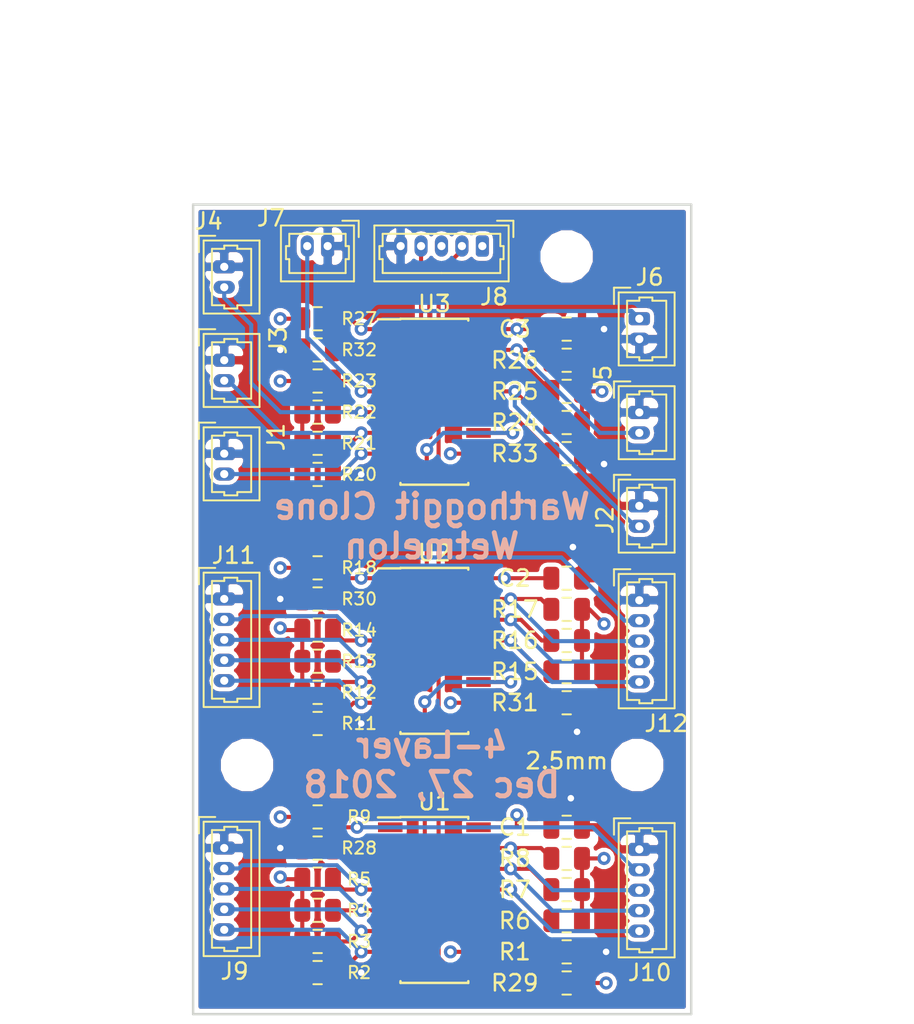
<source format=kicad_pcb>
(kicad_pcb (version 20171130) (host pcbnew "(5.0.2)-1")
  (layers (0 F.Cu signal) (1 In1.Cu signal) (2 In2.Cu signal) (31 B.Cu signal) (34 B.Paste user) (35 F.Paste user) (36 B.SilkS user) (37 F.SilkS user) (38 B.Mask user) (39 F.Mask user) (44 Edge.Cuts user))
  (net 0 "")
  (net 1 +5V)
  (net 2 GND)
  (net 3 /IN_17)
  (net 4 /IN_18)
  (net 5 /IN_19)
  (net 6 /IN_20)
  (net 7 /IN_21)
  (net 8 /IN_23)
  (net 9 /IN_24)
  (net 10 /SPI_MISO)
  (net 11 /SPI_CLK)
  (net 12 /SPI_CS)
  (net 13 /IN_1)
  (net 14 /IN_2)
  (net 15 /IN_3)
  (net 16 /IN_4)
  (net 17 /IN_8)
  (net 18 /IN_7)
  (net 19 /IN_6)
  (net 20 /IN_5)
  (net 21 /IN_9)
  (net 22 /IN_10)
  (net 23 /IN_11)
  (net 24 /IN_12)
  (net 25 /IN_16)
  (net 26 /IN_15)
  (net 27 /IN_14)
  (net 28 /IN_13)
  (net 29 /SER_1)
  (net 30 /SER_2)
  (net 31 /SER_3)
  (net 32 /IN_22)
  (net 33 "Net-(R28-Pad2)")
  (net 34 "Net-(R29-Pad2)")
  (net 35 "Net-(R30-Pad2)")
  (net 36 "Net-(R31-Pad2)")
  (net 37 "Net-(R32-Pad2)")
  (net 38 "Net-(R33-Pad2)")
  (module Wetmelon:Molex_PicoBlade_53047-0510_1x05_P1.25mm_Vertical (layer F.Cu) (at 102.235 58.42 270)
    (fp_text reference J11 (at -2.667 -0.5715) (layer F.SilkS))
    (fp_text value TMS)
    (pad 1 thru_hole roundrect (at 0 0 270) (size 0.8 1.3) (drill 0.5) (layers *.Cu *.Mask) (net 2 GND))
    (pad 2 thru_hole oval (at 1.25 0 270) (size 0.8 1.3) (drill 0.5) (layers *.Cu *.Mask) (net 24 /IN_12))
    (pad 3 thru_hole oval (at 2.5 0 270) (size 0.8 1.3) (drill 0.5) (layers *.Cu *.Mask) (net 23 /IN_11))
    (pad 4 thru_hole oval (at 3.75 0 270) (size 0.8 1.3) (drill 0.5) (layers *.Cu *.Mask) (net 22 /IN_10))
    (pad 5 thru_hole oval (at 5 0 270) (size 0.8 1.3) (drill 0.5) (layers *.Cu *.Mask) (net 21 /IN_9))
  )
  (module Wetmelon:Molex_PicoBlade_53047-0510_1x05_P1.25mm_Vertical (layer F.Cu) (at 127.635 58.5 270)
    (fp_text reference J12 (at 7.54 -1.651) (layer F.SilkS))
    (fp_text value HAT)
    (pad 1 thru_hole roundrect (at 0 0 270) (size 0.8 1.3) (drill 0.5) (layers *.Cu *.Mask) (net 2 GND))
    (pad 2 thru_hole oval (at 1.25 0 270) (size 0.8 1.3) (drill 0.5) (layers *.Cu *.Mask) (net 25 /IN_16))
    (pad 3 thru_hole oval (at 2.5 0 270) (size 0.8 1.3) (drill 0.5) (layers *.Cu *.Mask) (net 26 /IN_15))
    (pad 4 thru_hole oval (at 3.75 0 270) (size 0.8 1.3) (drill 0.5) (layers *.Cu *.Mask) (net 27 /IN_14))
    (pad 5 thru_hole oval (at 5 0 270) (size 0.8 1.3) (drill 0.5) (layers *.Cu *.Mask) (net 28 /IN_13))
  )
  (module Wetmelon:Molex_PicoBlade_53047-0510_1x05_P1.25mm_Vertical (layer F.Cu) (at 118.03 36.83 180)
    (fp_text reference J8 (at -0.715 -3.1115) (layer F.SilkS))
    (fp_text value BASE)
    (pad 1 thru_hole roundrect (at 0 0 180) (size 0.8 1.3) (drill 0.5) (layers *.Cu *.Mask) (net 1 +5V))
    (pad 2 thru_hole oval (at 1.25 0 180) (size 0.8 1.3) (drill 0.5) (layers *.Cu *.Mask) (net 12 /SPI_CS))
    (pad 3 thru_hole oval (at 2.5 0 180) (size 0.8 1.3) (drill 0.5) (layers *.Cu *.Mask) (net 11 /SPI_CLK))
    (pad 4 thru_hole oval (at 3.75 0 180) (size 0.8 1.3) (drill 0.5) (layers *.Cu *.Mask) (net 10 /SPI_MISO))
    (pad 5 thru_hole oval (at 5 0 180) (size 0.8 1.3) (drill 0.5) (layers *.Cu *.Mask) (net 2 GND))
  )
  (module Wetmelon:Molex_PicoBlade_53047-0510_1x05_P1.25mm_Vertical (layer F.Cu) (at 102.235 73.66 270)
    (fp_text reference J9 (at 7.54 -0.635) (layer F.SilkS))
    (fp_text value CMS)
    (pad 1 thru_hole roundrect (at 0 0 270) (size 0.8 1.3) (drill 0.5) (layers *.Cu *.Mask) (net 2 GND))
    (pad 2 thru_hole oval (at 1.25 0 270) (size 0.8 1.3) (drill 0.5) (layers *.Cu *.Mask) (net 16 /IN_4))
    (pad 3 thru_hole oval (at 2.5 0 270) (size 0.8 1.3) (drill 0.5) (layers *.Cu *.Mask) (net 15 /IN_3))
    (pad 4 thru_hole oval (at 3.75 0 270) (size 0.8 1.3) (drill 0.5) (layers *.Cu *.Mask) (net 14 /IN_2))
    (pad 5 thru_hole oval (at 5 0 270) (size 0.8 1.3) (drill 0.5) (layers *.Cu *.Mask) (net 13 /IN_1))
  )
  (module Wetmelon:Molex_PicoBlade_53047-0510_1x05_P1.25mm_Vertical (layer F.Cu) (at 127.635 73.74 270)
    (fp_text reference J10 (at 7.54 -0.635) (layer F.SilkS))
    (fp_text value DMS)
    (pad 1 thru_hole roundrect (at 0 0 270) (size 0.8 1.3) (drill 0.5) (layers *.Cu *.Mask) (net 2 GND))
    (pad 2 thru_hole oval (at 1.25 0 270) (size 0.8 1.3) (drill 0.5) (layers *.Cu *.Mask) (net 17 /IN_8))
    (pad 3 thru_hole oval (at 2.5 0 270) (size 0.8 1.3) (drill 0.5) (layers *.Cu *.Mask) (net 18 /IN_7))
    (pad 4 thru_hole oval (at 3.75 0 270) (size 0.8 1.3) (drill 0.5) (layers *.Cu *.Mask) (net 19 /IN_6))
    (pad 5 thru_hole oval (at 5 0 270) (size 0.8 1.3) (drill 0.5) (layers *.Cu *.Mask) (net 20 /IN_5))
  )
  (module Wetmelon:Molex_PicoBlade_53047-0210_1x02_P1.25mm_Vertical (layer F.Cu) (at 127.635 52.725 270)
    (fp_text reference J2 (at 0.869 2.0955 270) (layer F.SilkS))
    (fp_text value WEAPON_RELEASE)
    (pad 1 thru_hole roundrect (at 0 0 270) (size 0.8 1.3) (drill 0.5) (layers *.Cu *.Mask) (net 2 GND))
    (pad 2 thru_hole oval (at 1.25 0 270) (size 0.8 1.3) (drill 0.5) (layers *.Cu *.Mask) (net 7 /IN_21))
  )
  (module Wetmelon:Molex_PicoBlade_53047-0210_1x02_P1.25mm_Vertical (layer F.Cu) (at 102.235 49.53 270)
    (fp_text reference J1 (at -1.016 -3.175 270) (layer F.SilkS))
    (fp_text value TRIGGER_2)
    (pad 1 thru_hole roundrect (at 0 0 270) (size 0.8 1.3) (drill 0.5) (layers *.Cu *.Mask) (net 2 GND))
    (pad 2 thru_hole oval (at 1.25 0 270) (size 0.8 1.3) (drill 0.5) (layers *.Cu *.Mask) (net 3 /IN_17))
  )
  (module Wetmelon:Molex_PicoBlade_53047-0210_1x02_P1.25mm_Vertical (layer F.Cu) (at 102.235 43.815 270)
    (fp_text reference J3 (at -1.2065 -3.302 270) (layer F.SilkS))
    (fp_text value TOP_RIGHT_SIDE)
    (pad 1 thru_hole roundrect (at 0 0 270) (size 0.8 1.3) (drill 0.5) (layers *.Cu *.Mask) (net 2 GND))
    (pad 2 thru_hole oval (at 1.25 0 270) (size 0.8 1.3) (drill 0.5) (layers *.Cu *.Mask) (net 4 /IN_18))
  )
  (module Wetmelon:Molex_PicoBlade_53047-0210_1x02_P1.25mm_Vertical (layer F.Cu) (at 127.635 47.01 270)
    (fp_text reference J5 (at -2.052 2.2225 270) (layer F.SilkS))
    (fp_text value CMS_DOWN)
    (pad 1 thru_hole roundrect (at 0 0 270) (size 0.8 1.3) (drill 0.5) (layers *.Cu *.Mask) (net 2 GND))
    (pad 2 thru_hole oval (at 1.25 0 270) (size 0.8 1.3) (drill 0.5) (layers *.Cu *.Mask) (net 8 /IN_23))
  )
  (module Wetmelon:Molex_PicoBlade_53047-0210_1x02_P1.25mm_Vertical (layer F.Cu) (at 127.635 41.275 270)
    (fp_text reference J6 (at -2.54 -0.635) (layer F.SilkS))
    (fp_text value TRIGGER_1)
    (pad 1 thru_hole roundrect (at 0 0 270) (size 0.8 1.3) (drill 0.5) (layers *.Cu *.Mask) (net 9 /IN_24))
    (pad 2 thru_hole oval (at 1.25 0 270) (size 0.8 1.3) (drill 0.5) (layers *.Cu *.Mask) (net 2 GND))
  )
  (module Wetmelon:Molex_PicoBlade_53047-0210_1x02_P1.25mm_Vertical (layer F.Cu) (at 102.235 38.1 270)
    (fp_text reference J4 (at -2.794 0.9525) (layer F.SilkS))
    (fp_text value PINKY_LEVER)
    (pad 1 thru_hole roundrect (at 0 0 270) (size 0.8 1.3) (drill 0.5) (layers *.Cu *.Mask) (net 2 GND))
    (pad 2 thru_hole oval (at 1.25 0 270) (size 0.8 1.3) (drill 0.5) (layers *.Cu *.Mask) (net 5 /IN_19))
  )
  (module Wetmelon:Molex_PicoBlade_53047-0210_1x02_P1.25mm_Vertical (layer F.Cu) (at 108.565 36.83 180)
    (fp_text reference J7 (at 3.4725 1.7145 180) (layer F.SilkS))
    (fp_text value PINKY_BUTTON)
    (pad 1 thru_hole roundrect (at 0 0 180) (size 0.8 1.3) (drill 0.5) (layers *.Cu *.Mask) (net 2 GND))
    (pad 2 thru_hole oval (at 1.25 0 180) (size 0.8 1.3) (drill 0.5) (layers *.Cu *.Mask) (net 6 /IN_20))
  )
  (module MountingHole:MountingHole_2.7mm_M2.5 (layer F.Cu) (at 127.508 68.58)
    (fp_text reference H3 hide)
    (fp_text value MountingHole)
    (pad 1 np_thru_hole circle (at 0 0) (size 2.7 2.7) (drill 2.7) (layers *.Cu *.Mask))
  )
  (module MountingHole:MountingHole_2.7mm_M2.5 (layer F.Cu) (at 103.632 68.58)
    (fp_text reference H2 hide)
    (fp_text value MountingHole hide)
    (pad 1 np_thru_hole circle (at 0 0) (size 2.7 2.7) (drill 2.7) (layers *.Cu *.Mask))
  )
  (module MountingHole:MountingHole_2.7mm_M2.5 (layer F.Cu) (at 123.19 37.465)
    (fp_text reference H1 hide)
    (fp_text value MountingHole)
    (pad 1 np_thru_hole circle (at 0 0) (size 2.7 2.7) (drill 2.7) (layers *.Cu *.Mask))
  )
  (module Capacitor_SMD:C_0805_2012Metric (layer F.Cu) (at 123.19 72.39)
    (fp_text reference C1 (at -3.175 0) (layer F.SilkS))
    (fp_text value 100nF)
    (pad 1 smd roundrect (at -0.9375 0) (size 0.975 1.4) (layers F.Cu F.Paste F.Mask) (net 1 +5V))
    (pad 2 smd roundrect (at 0.9375 0) (size 0.975 1.4) (layers F.Cu F.Paste F.Mask) (net 2 GND))
  )
  (module Capacitor_SMD:C_0805_2012Metric (layer F.Cu) (at 123.19 57.15)
    (fp_text reference C2 (at -3.175 0) (layer F.SilkS))
    (fp_text value 100nF)
    (pad 1 smd roundrect (at -0.9375 0) (size 0.975 1.4) (layers F.Cu F.Paste F.Mask) (net 1 +5V))
    (pad 2 smd roundrect (at 0.9375 0) (size 0.975 1.4) (layers F.Cu F.Paste F.Mask) (net 2 GND))
  )
  (module Capacitor_SMD:C_0805_2012Metric (layer F.Cu) (at 123.19 41.91)
    (fp_text reference C3 (at -3.175 0) (layer F.SilkS))
    (fp_text value 100nF)
    (pad 2 smd roundrect (at 0.9375 0) (size 0.975 1.4) (layers F.Cu F.Paste F.Mask) (net 2 GND))
    (pad 1 smd roundrect (at -0.9375 0) (size 0.975 1.4) (layers F.Cu F.Paste F.Mask) (net 1 +5V))
  )
  (module Resistor_SMD:R_0805_2012Metric (layer F.Cu) (at 123.19 81.915)
    (fp_text reference R1 (at -3.175 -1.905) (layer F.SilkS))
    (fp_text value 10k)
    (pad 1 smd roundrect (at -0.9375 0) (size 0.975 1.4) (layers F.Cu F.Paste F.Mask) (net 29 /SER_1))
    (pad 2 smd roundrect (at 0.9375 0) (size 0.975 1.4) (layers F.Cu F.Paste F.Mask) (net 1 +5V))
  )
  (module Resistor_SMD:R_0805_2012Metric (layer F.Cu) (at 107.95 81.28 180)
    (fp_text reference R2 (at -2.54 0 180) (layer F.SilkS) (effects (font (size 0.75 0.75) (thickness 0.12))))
    (fp_text value 10k)
    (pad 1 smd roundrect (at -0.9375 0 180) (size 0.975 1.4) (layers F.Cu F.Paste F.Mask) (net 13 /IN_1))
    (pad 2 smd roundrect (at 0.9375 0 180) (size 0.975 1.4) (layers F.Cu F.Paste F.Mask) (net 1 +5V))
  )
  (module Resistor_SMD:R_0805_2012Metric (layer F.Cu) (at 107.95 79.375 180)
    (fp_text reference R3 (at -2.54 0 180) (layer F.SilkS) (effects (font (size 0.75 0.75) (thickness 0.12))))
    (fp_text value 10k)
    (pad 2 smd roundrect (at 0.9375 0 180) (size 0.975 1.4) (layers F.Cu F.Paste F.Mask) (net 1 +5V))
    (pad 1 smd roundrect (at -0.9375 0 180) (size 0.975 1.4) (layers F.Cu F.Paste F.Mask) (net 14 /IN_2))
  )
  (module Resistor_SMD:R_0805_2012Metric (layer F.Cu) (at 107.95 77.47 180)
    (fp_text reference R4 (at -2.54 0 180) (layer F.SilkS) (effects (font (size 0.75 0.75) (thickness 0.12))))
    (fp_text value 10k)
    (pad 1 smd roundrect (at -0.9375 0 180) (size 0.975 1.4) (layers F.Cu F.Paste F.Mask) (net 15 /IN_3))
    (pad 2 smd roundrect (at 0.9375 0 180) (size 0.975 1.4) (layers F.Cu F.Paste F.Mask) (net 1 +5V))
  )
  (module Resistor_SMD:R_0805_2012Metric (layer F.Cu) (at 107.95 75.565 180)
    (fp_text reference R5 (at -2.54 0 180) (layer F.SilkS) (effects (font (size 0.75 0.75) (thickness 0.12))))
    (fp_text value 10k)
    (pad 2 smd roundrect (at 0.9375 0 180) (size 0.975 1.4) (layers F.Cu F.Paste F.Mask) (net 1 +5V))
    (pad 1 smd roundrect (at -0.9375 0 180) (size 0.975 1.4) (layers F.Cu F.Paste F.Mask) (net 16 /IN_4))
  )
  (module Resistor_SMD:R_0805_2012Metric (layer F.Cu) (at 123.19 78.105)
    (fp_text reference R6 (at -3.175 0) (layer F.SilkS))
    (fp_text value 10k)
    (pad 1 smd roundrect (at -0.9375 0) (size 0.975 1.4) (layers F.Cu F.Paste F.Mask) (net 20 /IN_5))
    (pad 2 smd roundrect (at 0.9375 0) (size 0.975 1.4) (layers F.Cu F.Paste F.Mask) (net 1 +5V))
  )
  (module Resistor_SMD:R_0805_2012Metric (layer F.Cu) (at 123.19 76.2)
    (fp_text reference R7 (at -3.175 0) (layer F.SilkS))
    (fp_text value 10k)
    (pad 2 smd roundrect (at 0.9375 0) (size 0.975 1.4) (layers F.Cu F.Paste F.Mask) (net 1 +5V))
    (pad 1 smd roundrect (at -0.9375 0) (size 0.975 1.4) (layers F.Cu F.Paste F.Mask) (net 19 /IN_6))
  )
  (module Resistor_SMD:R_0805_2012Metric (layer F.Cu) (at 123.19 74.295)
    (fp_text reference R8 (at -3.175 0) (layer F.SilkS))
    (fp_text value 10k)
    (pad 1 smd roundrect (at -0.9375 0) (size 0.975 1.4) (layers F.Cu F.Paste F.Mask) (net 18 /IN_7))
    (pad 2 smd roundrect (at 0.9375 0) (size 0.975 1.4) (layers F.Cu F.Paste F.Mask) (net 1 +5V))
  )
  (module Resistor_SMD:R_0805_2012Metric (layer F.Cu) (at 107.95 71.755 180)
    (fp_text reference R9 (at -2.54 0 180) (layer F.SilkS) (effects (font (size 0.75 0.75) (thickness 0.12))))
    (fp_text value 10k)
    (pad 2 smd roundrect (at 0.9375 0 180) (size 0.975 1.4) (layers F.Cu F.Paste F.Mask) (net 1 +5V))
    (pad 1 smd roundrect (at -0.9375 0 180) (size 0.975 1.4) (layers F.Cu F.Paste F.Mask) (net 17 /IN_8))
  )
  (module Resistor_SMD:R_0805_2012Metric (layer F.Cu) (at 107.95 66.04 180)
    (fp_text reference R11 (at -2.54 0 180) (layer F.SilkS) (effects (font (size 0.75 0.75) (thickness 0.12))))
    (fp_text value 10k)
    (pad 2 smd roundrect (at 0.9375 0 180) (size 0.975 1.4) (layers F.Cu F.Paste F.Mask) (net 1 +5V))
    (pad 1 smd roundrect (at -0.9375 0 180) (size 0.975 1.4) (layers F.Cu F.Paste F.Mask) (net 21 /IN_9))
  )
  (module Resistor_SMD:R_0805_2012Metric (layer F.Cu) (at 107.95 64.135 180)
    (fp_text reference R12 (at -2.54 0 180) (layer F.SilkS) (effects (font (size 0.75 0.75) (thickness 0.12))))
    (fp_text value 10k)
    (pad 1 smd roundrect (at -0.9375 0 180) (size 0.975 1.4) (layers F.Cu F.Paste F.Mask) (net 22 /IN_10))
    (pad 2 smd roundrect (at 0.9375 0 180) (size 0.975 1.4) (layers F.Cu F.Paste F.Mask) (net 1 +5V))
  )
  (module Resistor_SMD:R_0805_2012Metric (layer F.Cu) (at 107.95 62.23 180)
    (fp_text reference R13 (at -2.54 0 180) (layer F.SilkS) (effects (font (size 0.75 0.75) (thickness 0.12))))
    (fp_text value 10k)
    (pad 2 smd roundrect (at 0.9375 0 180) (size 0.975 1.4) (layers F.Cu F.Paste F.Mask) (net 1 +5V))
    (pad 1 smd roundrect (at -0.9375 0 180) (size 0.975 1.4) (layers F.Cu F.Paste F.Mask) (net 23 /IN_11))
  )
  (module Resistor_SMD:R_0805_2012Metric (layer F.Cu) (at 107.95 60.325 180)
    (fp_text reference R14 (at -2.54 0 180) (layer F.SilkS) (effects (font (size 0.75 0.75) (thickness 0.12))))
    (fp_text value 10k)
    (pad 2 smd roundrect (at 0.9375 0 180) (size 0.975 1.4) (layers F.Cu F.Paste F.Mask) (net 1 +5V))
    (pad 1 smd roundrect (at -0.9375 0 180) (size 0.975 1.4) (layers F.Cu F.Paste F.Mask) (net 24 /IN_12))
  )
  (module Resistor_SMD:R_0805_2012Metric (layer F.Cu) (at 123.19 62.865)
    (fp_text reference R15 (at -3.175 0) (layer F.SilkS))
    (fp_text value 10k)
    (pad 2 smd roundrect (at 0.9375 0) (size 0.975 1.4) (layers F.Cu F.Paste F.Mask) (net 1 +5V))
    (pad 1 smd roundrect (at -0.9375 0) (size 0.975 1.4) (layers F.Cu F.Paste F.Mask) (net 28 /IN_13))
  )
  (module Resistor_SMD:R_0805_2012Metric (layer F.Cu) (at 123.19 60.96)
    (fp_text reference R16 (at -3.175 0) (layer F.SilkS))
    (fp_text value 10k)
    (pad 1 smd roundrect (at -0.9375 0) (size 0.975 1.4) (layers F.Cu F.Paste F.Mask) (net 27 /IN_14))
    (pad 2 smd roundrect (at 0.9375 0) (size 0.975 1.4) (layers F.Cu F.Paste F.Mask) (net 1 +5V))
  )
  (module Resistor_SMD:R_0805_2012Metric (layer F.Cu) (at 123.19 59.055)
    (fp_text reference R17 (at -3.175 0) (layer F.SilkS))
    (fp_text value 10k)
    (pad 2 smd roundrect (at 0.9375 0) (size 0.975 1.4) (layers F.Cu F.Paste F.Mask) (net 1 +5V))
    (pad 1 smd roundrect (at -0.9375 0) (size 0.975 1.4) (layers F.Cu F.Paste F.Mask) (net 26 /IN_15))
  )
  (module Resistor_SMD:R_0805_2012Metric (layer F.Cu) (at 107.95 56.515 180)
    (fp_text reference R18 (at -2.54 0 180) (layer F.SilkS) (effects (font (size 0.75 0.75) (thickness 0.12))))
    (fp_text value 10k)
    (pad 2 smd roundrect (at 0.9375 0 180) (size 0.975 1.4) (layers F.Cu F.Paste F.Mask) (net 1 +5V))
    (pad 1 smd roundrect (at -0.9375 0 180) (size 0.975 1.4) (layers F.Cu F.Paste F.Mask) (net 25 /IN_16))
  )
  (module Resistor_SMD:R_0805_2012Metric (layer F.Cu) (at 107.95 50.8 180)
    (fp_text reference R20 (at -2.54 0 180) (layer F.SilkS) (effects (font (size 0.75 0.75) (thickness 0.12))))
    (fp_text value 10k)
    (pad 1 smd roundrect (at -0.9375 0 180) (size 0.975 1.4) (layers F.Cu F.Paste F.Mask) (net 3 /IN_17))
    (pad 2 smd roundrect (at 0.9375 0 180) (size 0.975 1.4) (layers F.Cu F.Paste F.Mask) (net 1 +5V))
  )
  (module Resistor_SMD:R_0805_2012Metric (layer F.Cu) (at 107.95 48.895 180)
    (fp_text reference R21 (at -2.54 0 180) (layer F.SilkS) (effects (font (size 0.75 0.75) (thickness 0.12))))
    (fp_text value 10k)
    (pad 2 smd roundrect (at 0.9375 0 180) (size 0.975 1.4) (layers F.Cu F.Paste F.Mask) (net 1 +5V))
    (pad 1 smd roundrect (at -0.9375 0 180) (size 0.975 1.4) (layers F.Cu F.Paste F.Mask) (net 4 /IN_18))
  )
  (module Resistor_SMD:R_0805_2012Metric (layer F.Cu) (at 107.95 46.99 180)
    (fp_text reference R22 (at -2.54 0 180) (layer F.SilkS) (effects (font (size 0.75 0.75) (thickness 0.12))))
    (fp_text value 10k)
    (pad 1 smd roundrect (at -0.9375 0 180) (size 0.975 1.4) (layers F.Cu F.Paste F.Mask) (net 5 /IN_19))
    (pad 2 smd roundrect (at 0.9375 0 180) (size 0.975 1.4) (layers F.Cu F.Paste F.Mask) (net 1 +5V))
  )
  (module Resistor_SMD:R_0805_2012Metric (layer F.Cu) (at 107.95 45.085 180)
    (fp_text reference R23 (at -2.54 0 180) (layer F.SilkS) (effects (font (size 0.75 0.75) (thickness 0.12))))
    (fp_text value 10k)
    (pad 1 smd roundrect (at -0.9375 0 180) (size 0.975 1.4) (layers F.Cu F.Paste F.Mask) (net 6 /IN_20))
    (pad 2 smd roundrect (at 0.9375 0 180) (size 0.975 1.4) (layers F.Cu F.Paste F.Mask) (net 1 +5V))
  )
  (module Resistor_SMD:R_0805_2012Metric (layer F.Cu) (at 123.19 47.625)
    (fp_text reference R24 (at -3.175 0) (layer F.SilkS))
    (fp_text value 10k)
    (pad 1 smd roundrect (at -0.9375 0) (size 0.975 1.4) (layers F.Cu F.Paste F.Mask) (net 7 /IN_21))
    (pad 2 smd roundrect (at 0.9375 0) (size 0.975 1.4) (layers F.Cu F.Paste F.Mask) (net 1 +5V))
  )
  (module Resistor_SMD:R_0805_2012Metric (layer F.Cu) (at 123.19 45.72)
    (fp_text reference R25 (at -3.175 0) (layer F.SilkS))
    (fp_text value 10k)
    (pad 2 smd roundrect (at 0.9375 0) (size 0.975 1.4) (layers F.Cu F.Paste F.Mask) (net 1 +5V))
    (pad 1 smd roundrect (at -0.9375 0) (size 0.975 1.4) (layers F.Cu F.Paste F.Mask) (net 32 /IN_22))
  )
  (module Resistor_SMD:R_0805_2012Metric (layer F.Cu) (at 123.19 43.815)
    (fp_text reference R26 (at -3.175 0) (layer F.SilkS))
    (fp_text value 10k)
    (pad 1 smd roundrect (at -0.9375 0) (size 0.975 1.4) (layers F.Cu F.Paste F.Mask) (net 8 /IN_23))
    (pad 2 smd roundrect (at 0.9375 0) (size 0.975 1.4) (layers F.Cu F.Paste F.Mask) (net 1 +5V))
  )
  (module Resistor_SMD:R_0805_2012Metric (layer F.Cu) (at 107.95 41.275 180)
    (fp_text reference R27 (at -2.54 0 180) (layer F.SilkS) (effects (font (size 0.75 0.75) (thickness 0.12))))
    (fp_text value 10k)
    (pad 1 smd roundrect (at -0.9375 0 180) (size 0.975 1.4) (layers F.Cu F.Paste F.Mask) (net 9 /IN_24))
    (pad 2 smd roundrect (at 0.9375 0 180) (size 0.975 1.4) (layers F.Cu F.Paste F.Mask) (net 1 +5V))
  )
  (module Resistor_SMD:R_0805_2012Metric (layer F.Cu) (at 107.95 73.66)
    (fp_text reference R28 (at 2.54 0) (layer F.SilkS) (effects (font (size 0.75 0.75) (thickness 0.12))))
    (fp_text value 10k)
    (pad 2 smd roundrect (at 0.9375 0) (size 0.975 1.4) (layers F.Cu F.Paste F.Mask) (net 33 "Net-(R28-Pad2)"))
    (pad 1 smd roundrect (at -0.9375 0) (size 0.975 1.4) (layers F.Cu F.Paste F.Mask) (net 2 GND))
  )
  (module Resistor_SMD:R_0805_2012Metric (layer F.Cu) (at 123.19 80.01 180)
    (fp_text reference R29 (at 3.175 -1.905 180) (layer F.SilkS))
    (fp_text value 10k)
    (pad 2 smd roundrect (at 0.9375 0 180) (size 0.975 1.4) (layers F.Cu F.Paste F.Mask) (net 34 "Net-(R29-Pad2)"))
    (pad 1 smd roundrect (at -0.9375 0 180) (size 0.975 1.4) (layers F.Cu F.Paste F.Mask) (net 2 GND))
  )
  (module Resistor_SMD:R_0805_2012Metric (layer F.Cu) (at 107.95 58.42)
    (fp_text reference R30 (at 2.54 0) (layer F.SilkS) (effects (font (size 0.75 0.75) (thickness 0.12))))
    (fp_text value 10k)
    (pad 2 smd roundrect (at 0.9375 0) (size 0.975 1.4) (layers F.Cu F.Paste F.Mask) (net 35 "Net-(R30-Pad2)"))
    (pad 1 smd roundrect (at -0.9375 0) (size 0.975 1.4) (layers F.Cu F.Paste F.Mask) (net 2 GND))
  )
  (module Resistor_SMD:R_0805_2012Metric (layer F.Cu) (at 123.19 64.77 180)
    (fp_text reference R31 (at 3.175 0 180) (layer F.SilkS))
    (fp_text value 10k)
    (pad 1 smd roundrect (at -0.9375 0 180) (size 0.975 1.4) (layers F.Cu F.Paste F.Mask) (net 2 GND))
    (pad 2 smd roundrect (at 0.9375 0 180) (size 0.975 1.4) (layers F.Cu F.Paste F.Mask) (net 36 "Net-(R31-Pad2)"))
  )
  (module Resistor_SMD:R_0805_2012Metric (layer F.Cu) (at 107.95 43.18)
    (fp_text reference R32 (at 2.54 0) (layer F.SilkS) (effects (font (size 0.75 0.75) (thickness 0.12))))
    (fp_text value 10k)
    (pad 2 smd roundrect (at 0.9375 0) (size 0.975 1.4) (layers F.Cu F.Paste F.Mask) (net 37 "Net-(R32-Pad2)"))
    (pad 1 smd roundrect (at -0.9375 0) (size 0.975 1.4) (layers F.Cu F.Paste F.Mask) (net 2 GND))
  )
  (module Resistor_SMD:R_0805_2012Metric (layer F.Cu) (at 123.19 49.53 180)
    (fp_text reference R33 (at 3.175 0 180) (layer F.SilkS))
    (fp_text value 10k)
    (pad 1 smd roundrect (at -0.9375 0 180) (size 0.975 1.4) (layers F.Cu F.Paste F.Mask) (net 2 GND))
    (pad 2 smd roundrect (at 0.9375 0 180) (size 0.975 1.4) (layers F.Cu F.Paste F.Mask) (net 38 "Net-(R33-Pad2)"))
  )
  (module Package_SO:SOIC-16_3.9x9.9mm_P1.27mm (layer F.Cu) (at 115.095 76.835)
    (fp_text reference U1 (at 0 -6) (layer F.SilkS))
    (fp_text value HCF4021)
    (pad 16 smd rect (at 2.7 -4.445) (size 1.5 0.6) (layers F.Cu F.Paste F.Mask) (net 1 +5V))
    (pad 15 smd rect (at 2.7 -3.175) (size 1.5 0.6) (layers F.Cu F.Paste F.Mask) (net 18 /IN_7))
    (pad 14 smd rect (at 2.7 -1.905) (size 1.5 0.6) (layers F.Cu F.Paste F.Mask) (net 19 /IN_6))
    (pad 13 smd rect (at 2.7 -0.635) (size 1.5 0.6) (layers F.Cu F.Paste F.Mask) (net 20 /IN_5))
    (pad 12 smd rect (at 2.7 0.635) (size 1.5 0.6) (layers F.Cu F.Paste F.Mask) (net 34 "Net-(R29-Pad2)"))
    (pad 11 smd rect (at 2.7 1.905) (size 1.5 0.6) (layers F.Cu F.Paste F.Mask) (net 29 /SER_1))
    (pad 10 smd rect (at 2.7 3.175) (size 1.5 0.6) (layers F.Cu F.Paste F.Mask) (net 11 /SPI_CLK))
    (pad 9 smd rect (at 2.7 4.445) (size 1.5 0.6) (layers F.Cu F.Paste F.Mask) (net 12 /SPI_CS))
    (pad 8 smd rect (at -2.7 4.445) (size 1.5 0.6) (layers F.Cu F.Paste F.Mask) (net 2 GND))
    (pad 7 smd rect (at -2.7 3.175) (size 1.5 0.6) (layers F.Cu F.Paste F.Mask) (net 13 /IN_1))
    (pad 6 smd rect (at -2.7 1.905) (size 1.5 0.6) (layers F.Cu F.Paste F.Mask) (net 14 /IN_2))
    (pad 5 smd rect (at -2.7 0.635) (size 1.5 0.6) (layers F.Cu F.Paste F.Mask) (net 15 /IN_3))
    (pad 4 smd rect (at -2.7 -0.635) (size 1.5 0.6) (layers F.Cu F.Paste F.Mask) (net 16 /IN_4))
    (pad 3 smd rect (at -2.7 -1.905) (size 1.5 0.6) (layers F.Cu F.Paste F.Mask) (net 30 /SER_2))
    (pad 2 smd rect (at -2.7 -3.175) (size 1.5 0.6) (layers F.Cu F.Paste F.Mask) (net 33 "Net-(R28-Pad2)"))
    (pad 1 smd rect (at -2.7 -4.445) (size 1.5 0.6) (layers F.Cu F.Paste F.Mask) (net 17 /IN_8))
  )
  (module Package_SO:SOIC-16_3.9x9.9mm_P1.27mm (layer F.Cu) (at 115.095 61.595)
    (fp_text reference U2 (at 0 -6) (layer F.SilkS))
    (fp_text value HCF4021)
    (pad 1 smd rect (at -2.7 -4.445) (size 1.5 0.6) (layers F.Cu F.Paste F.Mask) (net 25 /IN_16))
    (pad 2 smd rect (at -2.7 -3.175) (size 1.5 0.6) (layers F.Cu F.Paste F.Mask) (net 35 "Net-(R30-Pad2)"))
    (pad 3 smd rect (at -2.7 -1.905) (size 1.5 0.6) (layers F.Cu F.Paste F.Mask) (net 31 /SER_3))
    (pad 4 smd rect (at -2.7 -0.635) (size 1.5 0.6) (layers F.Cu F.Paste F.Mask) (net 24 /IN_12))
    (pad 5 smd rect (at -2.7 0.635) (size 1.5 0.6) (layers F.Cu F.Paste F.Mask) (net 23 /IN_11))
    (pad 6 smd rect (at -2.7 1.905) (size 1.5 0.6) (layers F.Cu F.Paste F.Mask) (net 22 /IN_10))
    (pad 7 smd rect (at -2.7 3.175) (size 1.5 0.6) (layers F.Cu F.Paste F.Mask) (net 21 /IN_9))
    (pad 8 smd rect (at -2.7 4.445) (size 1.5 0.6) (layers F.Cu F.Paste F.Mask) (net 2 GND))
    (pad 9 smd rect (at 2.7 4.445) (size 1.5 0.6) (layers F.Cu F.Paste F.Mask) (net 12 /SPI_CS))
    (pad 10 smd rect (at 2.7 3.175) (size 1.5 0.6) (layers F.Cu F.Paste F.Mask) (net 11 /SPI_CLK))
    (pad 11 smd rect (at 2.7 1.905) (size 1.5 0.6) (layers F.Cu F.Paste F.Mask) (net 30 /SER_2))
    (pad 12 smd rect (at 2.7 0.635) (size 1.5 0.6) (layers F.Cu F.Paste F.Mask) (net 36 "Net-(R31-Pad2)"))
    (pad 13 smd rect (at 2.7 -0.635) (size 1.5 0.6) (layers F.Cu F.Paste F.Mask) (net 28 /IN_13))
    (pad 14 smd rect (at 2.7 -1.905) (size 1.5 0.6) (layers F.Cu F.Paste F.Mask) (net 27 /IN_14))
    (pad 15 smd rect (at 2.7 -3.175) (size 1.5 0.6) (layers F.Cu F.Paste F.Mask) (net 26 /IN_15))
    (pad 16 smd rect (at 2.7 -4.445) (size 1.5 0.6) (layers F.Cu F.Paste F.Mask) (net 1 +5V))
  )
  (module Package_SO:SOIC-16_3.9x9.9mm_P1.27mm (layer F.Cu) (at 115.095 46.355)
    (fp_text reference U3 (at 0 -6) (layer F.SilkS))
    (fp_text value HCF4021)
    (pad 1 smd rect (at -2.7 -4.445) (size 1.5 0.6) (layers F.Cu F.Paste F.Mask) (net 9 /IN_24))
    (pad 2 smd rect (at -2.7 -3.175) (size 1.5 0.6) (layers F.Cu F.Paste F.Mask) (net 37 "Net-(R32-Pad2)"))
    (pad 3 smd rect (at -2.7 -1.905) (size 1.5 0.6) (layers F.Cu F.Paste F.Mask) (net 10 /SPI_MISO))
    (pad 4 smd rect (at -2.7 -0.635) (size 1.5 0.6) (layers F.Cu F.Paste F.Mask) (net 6 /IN_20))
    (pad 5 smd rect (at -2.7 0.635) (size 1.5 0.6) (layers F.Cu F.Paste F.Mask) (net 5 /IN_19))
    (pad 6 smd rect (at -2.7 1.905) (size 1.5 0.6) (layers F.Cu F.Paste F.Mask) (net 4 /IN_18))
    (pad 7 smd rect (at -2.7 3.175) (size 1.5 0.6) (layers F.Cu F.Paste F.Mask) (net 3 /IN_17))
    (pad 8 smd rect (at -2.7 4.445) (size 1.5 0.6) (layers F.Cu F.Paste F.Mask) (net 2 GND))
    (pad 9 smd rect (at 2.7 4.445) (size 1.5 0.6) (layers F.Cu F.Paste F.Mask) (net 12 /SPI_CS))
    (pad 10 smd rect (at 2.7 3.175) (size 1.5 0.6) (layers F.Cu F.Paste F.Mask) (net 11 /SPI_CLK))
    (pad 11 smd rect (at 2.7 1.905) (size 1.5 0.6) (layers F.Cu F.Paste F.Mask) (net 31 /SER_3))
    (pad 12 smd rect (at 2.7 0.635) (size 1.5 0.6) (layers F.Cu F.Paste F.Mask) (net 38 "Net-(R33-Pad2)"))
    (pad 13 smd rect (at 2.7 -0.635) (size 1.5 0.6) (layers F.Cu F.Paste F.Mask) (net 7 /IN_21))
    (pad 14 smd rect (at 2.7 -1.905) (size 1.5 0.6) (layers F.Cu F.Paste F.Mask) (net 32 /IN_22))
    (pad 15 smd rect (at 2.7 -3.175) (size 1.5 0.6) (layers F.Cu F.Paste F.Mask) (net 8 /IN_23))
    (pad 16 smd rect (at 2.7 -4.445) (size 1.5 0.6) (layers F.Cu F.Paste F.Mask) (net 1 +5V))
  )
  (gr_text "4-Layer\nDec 27, 2018" (at 114.935 68.58) (layer B.SilkS) (effects (font (size 1.5 1.5) (thickness 0.3)) (justify mirror)))
  (gr_line (start 100.33 83.82) (end 100.33 34.29) (layer Edge.Cuts) (width 0.15))
  (gr_line (start 130.81 83.82) (end 100.33 83.82) (layer Edge.Cuts) (width 0.15))
  (gr_line (start 130.81 34.29) (end 130.81 83.82) (layer Edge.Cuts) (width 0.15))
  (gr_line (start 100.33 34.29) (end 130.81 34.29) (layer Edge.Cuts) (width 0.15))
  (gr_text 2.5mm (at 123.19 68.326) (layer F.SilkS) (effects (font (size 1 1))))
  (gr_text "Warthoggit Clone\nWetmelon" (at 114.935 53.975) (layer B.SilkS) (effects (font (size 1.5 1.5) (thickness 0.3)) (justify mirror)))
  (segment (start 107.0125 45.085) (end 107.0125 46.99) (width 0.25) (layer F.Cu) (net 1))
  (segment (start 107.0125 46.99) (end 107.0125 48.895) (width 0.25) (layer F.Cu) (net 1))
  (segment (start 107.0125 48.895) (end 107.0125 50.8) (width 0.25) (layer F.Cu) (net 1))
  (via (at 105.664 41.275) (size 0.8) (drill 0.4) (layers F.Cu B.Cu) (net 1))
  (segment (start 107.0125 41.275) (end 105.664 41.275) (width 0.25) (layer F.Cu) (net 1))
  (via (at 105.664 45.085) (size 0.8) (drill 0.4) (layers F.Cu B.Cu) (net 1))
  (segment (start 107.0125 45.085) (end 105.664 45.085) (width 0.25) (layer F.Cu) (net 1))
  (via (at 105.664 56.515) (size 0.8) (drill 0.4) (layers F.Cu B.Cu) (net 1))
  (segment (start 107.0125 56.515) (end 105.664 56.515) (width 0.25) (layer F.Cu) (net 1))
  (segment (start 107.0125 60.325) (end 107.0125 62.23) (width 0.25) (layer F.Cu) (net 1))
  (segment (start 107.0125 62.23) (end 107.0125 64.135) (width 0.25) (layer F.Cu) (net 1))
  (segment (start 107.0125 64.135) (end 107.0125 66.04) (width 0.25) (layer F.Cu) (net 1))
  (via (at 105.664 71.755) (size 0.8) (drill 0.4) (layers F.Cu B.Cu) (net 1))
  (segment (start 107.0125 71.755) (end 105.664 71.755) (width 0.25) (layer F.Cu) (net 1))
  (segment (start 107.0125 75.565) (end 107.0125 77.47) (width 0.25) (layer F.Cu) (net 1))
  (segment (start 107.0125 77.47) (end 107.0125 79.375) (width 0.25) (layer F.Cu) (net 1))
  (segment (start 107.0125 79.375) (end 107.0125 81.28) (width 0.25) (layer F.Cu) (net 1))
  (segment (start 107.0125 75.565) (end 105.79401 75.565) (width 0.25) (layer F.Cu) (net 1))
  (segment (start 105.79401 75.565) (end 105.664 75.43499) (width 0.25) (layer F.Cu) (net 1))
  (via (at 105.664 75.43499) (size 0.8) (drill 0.4) (layers F.Cu B.Cu) (net 1))
  (via (at 125.603 81.915) (size 0.8) (drill 0.4) (layers F.Cu B.Cu) (net 1))
  (segment (start 124.1275 81.915) (end 125.603 81.915) (width 0.25) (layer F.Cu) (net 1))
  (segment (start 124.1275 78.105) (end 124.1275 76.2) (width 0.25) (layer F.Cu) (net 1))
  (segment (start 124.1275 74.295) (end 124.1275 76.2) (width 0.25) (layer F.Cu) (net 1))
  (via (at 119.38 57.15) (size 0.8) (drill 0.4) (layers F.Cu B.Cu) (net 1))
  (segment (start 117.795 57.15) (end 119.38 57.15) (width 0.25) (layer F.Cu) (net 1))
  (via (at 105.664 60.19499) (size 0.8) (drill 0.4) (layers F.Cu B.Cu) (net 1))
  (segment (start 105.79401 60.325) (end 105.664 60.19499) (width 0.25) (layer F.Cu) (net 1))
  (segment (start 107.0125 60.325) (end 105.79401 60.325) (width 0.25) (layer F.Cu) (net 1))
  (segment (start 117.795 72.39) (end 120.142 72.39) (width 0.25) (layer F.Cu) (net 1))
  (segment (start 120.142 72.39) (end 120.142 71.628) (width 0.25) (layer F.Cu) (net 1))
  (via (at 120.142 71.628) (size 0.8) (drill 0.4) (layers F.Cu B.Cu) (net 1))
  (segment (start 124.1275 74.295) (end 125.476 74.295) (width 0.25) (layer F.Cu) (net 1))
  (via (at 125.476 74.295) (size 0.8) (drill 0.4) (layers F.Cu B.Cu) (net 1))
  (segment (start 120.142 72.39) (end 122.2525 72.39) (width 0.25) (layer F.Cu) (net 1))
  (segment (start 124.1275 60.96) (end 124.1275 59.055) (width 0.25) (layer F.Cu) (net 1))
  (segment (start 124.1275 62.865) (end 124.1275 60.96) (width 0.25) (layer F.Cu) (net 1))
  (segment (start 122.2525 57.15) (end 119.38 57.15) (width 0.25) (layer F.Cu) (net 1))
  (via (at 125.476 59.944) (size 0.8) (drill 0.4) (layers F.Cu B.Cu) (net 1))
  (segment (start 124.1275 59.055) (end 124.587 59.055) (width 0.25) (layer F.Cu) (net 1))
  (segment (start 124.587 59.055) (end 125.476 59.944) (width 0.25) (layer F.Cu) (net 1))
  (via (at 120.142 41.91) (size 0.8) (drill 0.4) (layers F.Cu B.Cu) (net 1))
  (segment (start 117.795 41.91) (end 120.142 41.91) (width 0.25) (layer F.Cu) (net 1))
  (segment (start 120.142 41.91) (end 122.2525 41.91) (width 0.25) (layer F.Cu) (net 1))
  (segment (start 124.1275 43.815) (end 124.1275 45.72) (width 0.25) (layer F.Cu) (net 1))
  (segment (start 124.1275 45.72) (end 124.1275 47.625) (width 0.25) (layer F.Cu) (net 1))
  (via (at 125.349 45.72) (size 0.8) (drill 0.4) (layers F.Cu B.Cu) (net 1))
  (segment (start 124.1275 45.72) (end 125.349 45.72) (width 0.25) (layer F.Cu) (net 1))
  (via (at 105.664 43.18) (size 0.8) (drill 0.4) (layers F.Cu B.Cu) (net 2))
  (segment (start 107.0125 43.18) (end 105.664 43.18) (width 0.25) (layer F.Cu) (net 2))
  (via (at 105.664 58.42) (size 0.8) (drill 0.4) (layers F.Cu B.Cu) (net 2))
  (segment (start 107.0125 58.42) (end 105.664 58.42) (width 0.25) (layer F.Cu) (net 2))
  (via (at 105.664 73.66) (size 0.8) (drill 0.4) (layers F.Cu B.Cu) (net 2))
  (segment (start 107.0125 73.66) (end 105.664 73.66) (width 0.25) (layer F.Cu) (net 2))
  (via (at 110.617 81.28) (size 0.8) (drill 0.4) (layers F.Cu B.Cu) (net 2))
  (segment (start 112.395 81.28) (end 110.617 81.28) (width 0.25) (layer F.Cu) (net 2))
  (via (at 125.603 80.01) (size 0.8) (drill 0.4) (layers F.Cu B.Cu) (net 2))
  (segment (start 124.1275 80.01) (end 125.603 80.01) (width 0.25) (layer F.Cu) (net 2))
  (via (at 123.825 66.548) (size 0.8) (drill 0.4) (layers F.Cu B.Cu) (net 2))
  (segment (start 124.1275 64.77) (end 124.1275 66.2455) (width 0.25) (layer F.Cu) (net 2))
  (segment (start 124.1275 66.2455) (end 123.825 66.548) (width 0.25) (layer F.Cu) (net 2))
  (via (at 110.617 66.04) (size 0.8) (drill 0.4) (layers F.Cu B.Cu) (net 2))
  (segment (start 112.395 66.04) (end 110.617 66.04) (width 0.25) (layer F.Cu) (net 2))
  (via (at 110.617 50.8) (size 0.8) (drill 0.4) (layers F.Cu B.Cu) (net 2))
  (segment (start 112.395 50.8) (end 110.617 50.8) (width 0.25) (layer F.Cu) (net 2))
  (segment (start 124.1275 72.39) (end 124.1275 71.2955) (width 0.25) (layer F.Cu) (net 2))
  (segment (start 124.1275 71.2955) (end 123.444 70.612) (width 0.25) (layer F.Cu) (net 2))
  (via (at 123.444 70.612) (size 0.8) (drill 0.4) (layers F.Cu B.Cu) (net 2))
  (via (at 123.571 55.245) (size 0.8) (drill 0.4) (layers F.Cu B.Cu) (net 2))
  (segment (start 124.1275 57.15) (end 124.1275 55.8015) (width 0.25) (layer F.Cu) (net 2))
  (segment (start 124.1275 55.8015) (end 123.571 55.245) (width 0.25) (layer F.Cu) (net 2))
  (via (at 125.476 50.165) (size 0.8) (drill 0.4) (layers F.Cu B.Cu) (net 2))
  (segment (start 124.1275 49.53) (end 124.841 49.53) (width 0.25) (layer F.Cu) (net 2))
  (segment (start 124.841 49.53) (end 125.476 50.165) (width 0.25) (layer F.Cu) (net 2))
  (via (at 125.476 41.91) (size 0.8) (drill 0.4) (layers F.Cu B.Cu) (net 2))
  (segment (start 124.1275 41.91) (end 125.476 41.91) (width 0.25) (layer F.Cu) (net 2))
  (via (at 110.617 49.53) (size 0.8) (drill 0.4) (layers F.Cu B.Cu) (net 3))
  (segment (start 102.235 50.78) (end 109.367 50.78) (width 0.25) (layer B.Cu) (net 3))
  (segment (start 109.367 50.78) (end 110.617 49.53) (width 0.25) (layer B.Cu) (net 3))
  (segment (start 110.617 49.53) (end 112.395 49.53) (width 0.25) (layer F.Cu) (net 3))
  (segment (start 109.347 50.8) (end 110.617 49.53) (width 0.25) (layer F.Cu) (net 3))
  (segment (start 108.8875 50.8) (end 109.347 50.8) (width 0.25) (layer F.Cu) (net 3))
  (via (at 110.617 48.26) (size 0.8) (drill 0.4) (layers F.Cu B.Cu) (net 4))
  (segment (start 105.68 48.26) (end 110.617 48.26) (width 0.25) (layer B.Cu) (net 4))
  (segment (start 102.235 45.065) (end 102.485 45.065) (width 0.25) (layer B.Cu) (net 4))
  (segment (start 102.485 45.065) (end 105.68 48.26) (width 0.25) (layer B.Cu) (net 4))
  (segment (start 110.617 48.26) (end 112.395 48.26) (width 0.25) (layer F.Cu) (net 4))
  (segment (start 109.982 48.895) (end 110.617 48.26) (width 0.25) (layer F.Cu) (net 4))
  (segment (start 108.8875 48.895) (end 109.982 48.895) (width 0.25) (layer F.Cu) (net 4))
  (segment (start 102.235 40) (end 103.886 41.651) (width 0.25) (layer B.Cu) (net 5))
  (segment (start 102.235 39.35) (end 102.235 40) (width 0.25) (layer B.Cu) (net 5))
  (segment (start 103.886 41.651) (end 103.886 45.212) (width 0.25) (layer B.Cu) (net 5))
  (via (at 110.617 46.99) (size 0.8) (drill 0.4) (layers F.Cu B.Cu) (net 5))
  (segment (start 103.886 45.212) (end 105.664 46.99) (width 0.25) (layer B.Cu) (net 5))
  (segment (start 105.664 46.99) (end 110.617 46.99) (width 0.25) (layer B.Cu) (net 5))
  (segment (start 110.617 46.99) (end 112.395 46.99) (width 0.25) (layer F.Cu) (net 5))
  (segment (start 110.617 46.99) (end 108.8875 46.99) (width 0.25) (layer F.Cu) (net 5))
  (via (at 110.617 45.72) (size 0.8) (drill 0.4) (layers F.Cu B.Cu) (net 6))
  (segment (start 107.315 36.83) (end 107.315 42.418) (width 0.25) (layer B.Cu) (net 6))
  (segment (start 107.315 42.418) (end 110.617 45.72) (width 0.25) (layer B.Cu) (net 6))
  (segment (start 110.617 45.72) (end 112.395 45.72) (width 0.25) (layer F.Cu) (net 6))
  (segment (start 109.982 45.085) (end 110.617 45.72) (width 0.25) (layer F.Cu) (net 6))
  (segment (start 108.8875 45.085) (end 109.982 45.085) (width 0.25) (layer F.Cu) (net 6))
  (via (at 120.015 45.72) (size 0.8) (drill 0.4) (layers F.Cu B.Cu) (net 7))
  (segment (start 120.015 46.605) (end 120.015 45.72) (width 0.25) (layer B.Cu) (net 7))
  (segment (start 127.635 53.975) (end 127.385 53.975) (width 0.25) (layer B.Cu) (net 7))
  (segment (start 127.385 53.975) (end 120.015 46.605) (width 0.25) (layer B.Cu) (net 7))
  (segment (start 120.015 45.72) (end 117.795 45.72) (width 0.25) (layer F.Cu) (net 7))
  (segment (start 121.92 47.625) (end 122.2525 47.625) (width 0.25) (layer F.Cu) (net 7))
  (segment (start 120.015 45.72) (end 121.92 47.625) (width 0.25) (layer F.Cu) (net 7))
  (segment (start 121.6175 43.18) (end 122.2525 43.815) (width 0.25) (layer F.Cu) (net 8))
  (segment (start 117.795 43.18) (end 121.6175 43.18) (width 0.25) (layer F.Cu) (net 8))
  (via (at 120.142 43.18) (size 0.8) (drill 0.4) (layers F.Cu B.Cu) (net 8))
  (segment (start 127.635 48.26) (end 125.222 48.26) (width 0.25) (layer B.Cu) (net 8))
  (segment (start 125.222 48.26) (end 120.142 43.18) (width 0.25) (layer B.Cu) (net 8))
  (via (at 110.617 41.91) (size 0.8) (drill 0.4) (layers F.Cu B.Cu) (net 9))
  (segment (start 110.617 41.91) (end 112.395 41.91) (width 0.25) (layer F.Cu) (net 9))
  (segment (start 109.982 41.275) (end 110.617 41.91) (width 0.25) (layer F.Cu) (net 9))
  (segment (start 108.8875 41.275) (end 109.982 41.275) (width 0.25) (layer F.Cu) (net 9))
  (segment (start 111.72271 40.80429) (end 111.016999 41.510001) (width 0.25) (layer B.Cu) (net 9))
  (segment (start 111.016999 41.510001) (end 110.617 41.91) (width 0.25) (layer B.Cu) (net 9))
  (segment (start 127.635 41.275) (end 127.16429 40.80429) (width 0.25) (layer B.Cu) (net 9))
  (segment (start 127.16429 40.80429) (end 111.72271 40.80429) (width 0.25) (layer B.Cu) (net 9))
  (segment (start 114.28 37.73) (end 114.28 36.83) (width 0.25) (layer F.Cu) (net 10))
  (segment (start 114.28 43.565) (end 114.28 37.73) (width 0.25) (layer F.Cu) (net 10))
  (segment (start 113.395 44.45) (end 114.28 43.565) (width 0.25) (layer F.Cu) (net 10))
  (segment (start 112.395 44.45) (end 113.395 44.45) (width 0.25) (layer F.Cu) (net 10))
  (via (at 116.078 49.53) (size 0.8) (drill 0.4) (layers F.Cu B.Cu) (net 11))
  (segment (start 116.078 49.53) (end 117.795 49.53) (width 0.25) (layer F.Cu) (net 11))
  (via (at 116.078 64.77) (size 0.8) (drill 0.4) (layers F.Cu B.Cu) (net 11))
  (segment (start 116.078 64.77) (end 117.795 64.77) (width 0.25) (layer F.Cu) (net 11))
  (via (at 116.078 80.01) (size 0.8) (drill 0.4) (layers F.Cu B.Cu) (net 11))
  (segment (start 116.078 80.01) (end 117.795 80.01) (width 0.25) (layer F.Cu) (net 11))
  (segment (start 116.795 50.8) (end 115.824 50.8) (width 0.25) (layer F.Cu) (net 12))
  (segment (start 117.795 50.8) (end 116.795 50.8) (width 0.25) (layer F.Cu) (net 12))
  (segment (start 116.795 66.04) (end 115.824 66.04) (width 0.25) (layer F.Cu) (net 12))
  (segment (start 117.795 66.04) (end 116.795 66.04) (width 0.25) (layer F.Cu) (net 12))
  (segment (start 116.78 36.83) (end 116.78 37.08) (width 0.25) (layer F.Cu) (net 12))
  (segment (start 116.78 37.08) (end 115.352999 38.507001) (width 0.25) (layer F.Cu) (net 12))
  (segment (start 115.352999 50.328999) (end 115.824 50.8) (width 0.25) (layer F.Cu) (net 12))
  (segment (start 115.352999 38.507001) (end 115.352999 50.328999) (width 0.25) (layer F.Cu) (net 12))
  (segment (start 115.824 50.8) (end 115.352999 51.271001) (width 0.25) (layer F.Cu) (net 12))
  (segment (start 115.352999 51.271001) (end 115.352999 65.568999) (width 0.25) (layer F.Cu) (net 12))
  (segment (start 115.352999 65.568999) (end 115.824 66.04) (width 0.25) (layer F.Cu) (net 12))
  (segment (start 116.795 81.28) (end 117.795 81.28) (width 0.25) (layer F.Cu) (net 12))
  (segment (start 115.352999 80.358001) (end 116.274998 81.28) (width 0.25) (layer F.Cu) (net 12))
  (segment (start 115.352999 66.511001) (end 115.352999 80.358001) (width 0.25) (layer F.Cu) (net 12))
  (segment (start 115.824 66.04) (end 115.352999 66.511001) (width 0.25) (layer F.Cu) (net 12))
  (segment (start 116.274998 81.28) (end 116.795 81.28) (width 0.25) (layer F.Cu) (net 12))
  (via (at 110.617 80.01) (size 0.8) (drill 0.4) (layers F.Cu B.Cu) (net 13))
  (segment (start 102.235 78.66) (end 109.267 78.66) (width 0.25) (layer B.Cu) (net 13))
  (segment (start 109.267 78.66) (end 110.617 80.01) (width 0.25) (layer B.Cu) (net 13))
  (segment (start 110.617 80.01) (end 112.395 80.01) (width 0.25) (layer F.Cu) (net 13))
  (segment (start 109.347 81.28) (end 110.617 80.01) (width 0.25) (layer F.Cu) (net 13))
  (segment (start 108.8875 81.28) (end 109.347 81.28) (width 0.25) (layer F.Cu) (net 13))
  (via (at 110.617 78.74) (size 0.8) (drill 0.4) (layers F.Cu B.Cu) (net 14))
  (segment (start 102.235 77.41) (end 109.287 77.41) (width 0.25) (layer B.Cu) (net 14))
  (segment (start 109.287 77.41) (end 110.617 78.74) (width 0.25) (layer B.Cu) (net 14))
  (segment (start 110.617 78.74) (end 112.395 78.74) (width 0.25) (layer F.Cu) (net 14))
  (segment (start 109.982 79.375) (end 110.617 78.74) (width 0.25) (layer F.Cu) (net 14))
  (segment (start 108.8875 79.375) (end 109.982 79.375) (width 0.25) (layer F.Cu) (net 14))
  (via (at 110.617 77.47) (size 0.8) (drill 0.4) (layers F.Cu B.Cu) (net 15))
  (segment (start 109.307 76.16) (end 110.617 77.47) (width 0.25) (layer B.Cu) (net 15))
  (segment (start 102.235 76.16) (end 109.307 76.16) (width 0.25) (layer B.Cu) (net 15))
  (segment (start 110.051315 77.47) (end 112.395 77.47) (width 0.25) (layer F.Cu) (net 15))
  (segment (start 110.617 77.47) (end 110.051315 77.47) (width 0.25) (layer F.Cu) (net 15))
  (segment (start 110.051315 77.47) (end 108.8875 77.47) (width 0.25) (layer F.Cu) (net 15))
  (segment (start 109.5225 76.2) (end 108.8875 75.565) (width 0.25) (layer F.Cu) (net 16))
  (segment (start 112.395 76.2) (end 109.5225 76.2) (width 0.25) (layer F.Cu) (net 16))
  (via (at 110.617 76.2) (size 0.8) (drill 0.4) (layers F.Cu B.Cu) (net 16))
  (segment (start 103.335011 74.709989) (end 109.126989 74.709989) (width 0.25) (layer B.Cu) (net 16))
  (segment (start 109.126989 74.709989) (end 110.217001 75.800001) (width 0.25) (layer B.Cu) (net 16))
  (segment (start 103.135 74.91) (end 103.335011 74.709989) (width 0.25) (layer B.Cu) (net 16))
  (segment (start 102.235 74.91) (end 103.135 74.91) (width 0.25) (layer B.Cu) (net 16))
  (segment (start 110.217001 75.800001) (end 110.617 76.2) (width 0.25) (layer B.Cu) (net 16))
  (segment (start 109.5225 72.39) (end 108.8875 71.755) (width 0.25) (layer F.Cu) (net 17))
  (segment (start 112.395 72.39) (end 109.5225 72.39) (width 0.25) (layer F.Cu) (net 17))
  (via (at 110.363 72.39) (size 0.8) (drill 0.4) (layers F.Cu B.Cu) (net 17))
  (segment (start 127.635 74.99) (end 127.385 74.99) (width 0.25) (layer B.Cu) (net 17))
  (segment (start 110.928685 72.39) (end 110.363 72.39) (width 0.25) (layer B.Cu) (net 17))
  (segment (start 124.785 72.39) (end 110.928685 72.39) (width 0.25) (layer B.Cu) (net 17))
  (segment (start 127.385 74.99) (end 124.785 72.39) (width 0.25) (layer B.Cu) (net 17))
  (segment (start 121.6175 73.66) (end 122.2525 74.295) (width 0.25) (layer F.Cu) (net 18))
  (segment (start 117.795 73.66) (end 121.6175 73.66) (width 0.25) (layer F.Cu) (net 18))
  (via (at 119.761 73.66) (size 0.8) (drill 0.4) (layers F.Cu B.Cu) (net 18))
  (segment (start 127.635 76.24) (end 122.341 76.24) (width 0.25) (layer B.Cu) (net 18))
  (segment (start 122.341 76.24) (end 119.761 73.66) (width 0.25) (layer B.Cu) (net 18))
  (segment (start 120.9825 74.93) (end 117.795 74.93) (width 0.25) (layer F.Cu) (net 19))
  (segment (start 122.2525 76.2) (end 120.9825 74.93) (width 0.25) (layer F.Cu) (net 19))
  (via (at 119.761 74.93) (size 0.8) (drill 0.4) (layers F.Cu B.Cu) (net 19))
  (segment (start 127.635 77.49) (end 122.321 77.49) (width 0.25) (layer B.Cu) (net 19))
  (segment (start 122.321 77.49) (end 119.761 74.93) (width 0.25) (layer B.Cu) (net 19))
  (segment (start 118.795 76.2) (end 117.795 76.2) (width 0.25) (layer F.Cu) (net 20))
  (segment (start 119.76 76.2) (end 118.795 76.2) (width 0.25) (layer F.Cu) (net 20))
  (segment (start 121.665 78.105) (end 119.76 76.2) (width 0.25) (layer F.Cu) (net 20))
  (segment (start 122.2525 78.105) (end 121.665 78.105) (width 0.25) (layer F.Cu) (net 20))
  (via (at 119.761 76.2) (size 0.8) (drill 0.4) (layers F.Cu B.Cu) (net 20))
  (segment (start 127.635 78.74) (end 122.301 78.74) (width 0.25) (layer B.Cu) (net 20))
  (segment (start 122.301 78.74) (end 119.761 76.2) (width 0.25) (layer B.Cu) (net 20))
  (segment (start 110.1575 64.77) (end 108.8875 66.04) (width 0.25) (layer F.Cu) (net 21))
  (segment (start 112.395 64.77) (end 110.1575 64.77) (width 0.25) (layer F.Cu) (net 21))
  (via (at 110.617 64.77) (size 0.8) (drill 0.4) (layers F.Cu B.Cu) (net 21))
  (segment (start 102.235 63.42) (end 109.267 63.42) (width 0.25) (layer B.Cu) (net 21))
  (segment (start 109.267 63.42) (end 110.617 64.77) (width 0.25) (layer B.Cu) (net 21))
  (segment (start 109.5225 63.5) (end 108.8875 64.135) (width 0.25) (layer F.Cu) (net 22))
  (segment (start 112.395 63.5) (end 109.5225 63.5) (width 0.25) (layer F.Cu) (net 22))
  (via (at 110.617 63.5) (size 0.8) (drill 0.4) (layers F.Cu B.Cu) (net 22))
  (segment (start 102.235 62.17) (end 109.287 62.17) (width 0.25) (layer B.Cu) (net 22))
  (segment (start 109.287 62.17) (end 110.617 63.5) (width 0.25) (layer B.Cu) (net 22))
  (segment (start 111.395 62.23) (end 108.8875 62.23) (width 0.25) (layer F.Cu) (net 23))
  (segment (start 112.395 62.23) (end 111.395 62.23) (width 0.25) (layer F.Cu) (net 23))
  (segment (start 102.235 60.92) (end 109.307 60.92) (width 0.25) (layer B.Cu) (net 23))
  (via (at 110.617 62.23) (size 0.8) (drill 0.4) (layers F.Cu B.Cu) (net 23))
  (segment (start 109.307 60.92) (end 110.617 62.23) (width 0.25) (layer B.Cu) (net 23))
  (segment (start 109.5225 60.96) (end 108.8875 60.325) (width 0.25) (layer F.Cu) (net 24))
  (segment (start 112.395 60.96) (end 109.5225 60.96) (width 0.25) (layer F.Cu) (net 24))
  (via (at 110.617 60.96) (size 0.8) (drill 0.4) (layers F.Cu B.Cu) (net 24))
  (segment (start 103.135 59.67) (end 103.335011 59.469989) (width 0.25) (layer B.Cu) (net 24))
  (segment (start 109.126989 59.469989) (end 110.217001 60.560001) (width 0.25) (layer B.Cu) (net 24))
  (segment (start 110.217001 60.560001) (end 110.617 60.96) (width 0.25) (layer B.Cu) (net 24))
  (segment (start 103.335011 59.469989) (end 109.126989 59.469989) (width 0.25) (layer B.Cu) (net 24))
  (segment (start 102.235 59.67) (end 103.135 59.67) (width 0.25) (layer B.Cu) (net 24))
  (segment (start 126.735 59.75) (end 122.865 55.88) (width 0.25) (layer B.Cu) (net 25))
  (segment (start 127.635 59.75) (end 126.735 59.75) (width 0.25) (layer B.Cu) (net 25))
  (via (at 110.617 57.15) (size 0.8) (drill 0.4) (layers F.Cu B.Cu) (net 25))
  (segment (start 122.865 55.88) (end 111.887 55.88) (width 0.25) (layer B.Cu) (net 25))
  (segment (start 111.887 55.88) (end 110.617 57.15) (width 0.25) (layer B.Cu) (net 25))
  (segment (start 110.617 57.15) (end 112.395 57.15) (width 0.25) (layer F.Cu) (net 25))
  (segment (start 109.5225 57.15) (end 108.8875 56.515) (width 0.25) (layer F.Cu) (net 25))
  (segment (start 110.617 57.15) (end 109.5225 57.15) (width 0.25) (layer F.Cu) (net 25))
  (segment (start 121.6175 58.42) (end 122.2525 59.055) (width 0.25) (layer F.Cu) (net 26))
  (segment (start 117.795 58.42) (end 121.6175 58.42) (width 0.25) (layer F.Cu) (net 26))
  (via (at 119.761 58.42) (size 0.8) (drill 0.4) (layers F.Cu B.Cu) (net 26))
  (segment (start 127.635 61) (end 122.341 61) (width 0.25) (layer B.Cu) (net 26))
  (segment (start 122.341 61) (end 119.761 58.42) (width 0.25) (layer B.Cu) (net 26))
  (segment (start 118.795 59.69) (end 117.795 59.69) (width 0.25) (layer F.Cu) (net 27))
  (segment (start 120.395 59.69) (end 118.795 59.69) (width 0.25) (layer F.Cu) (net 27))
  (segment (start 121.665 60.96) (end 120.395 59.69) (width 0.25) (layer F.Cu) (net 27))
  (segment (start 122.2525 60.96) (end 121.665 60.96) (width 0.25) (layer F.Cu) (net 27))
  (via (at 119.761 59.69) (size 0.8) (drill 0.4) (layers F.Cu B.Cu) (net 27))
  (segment (start 127.635 62.25) (end 122.321 62.25) (width 0.25) (layer B.Cu) (net 27))
  (segment (start 122.321 62.25) (end 119.761 59.69) (width 0.25) (layer B.Cu) (net 27))
  (segment (start 118.795 60.96) (end 117.795 60.96) (width 0.25) (layer F.Cu) (net 28))
  (segment (start 119.76 60.96) (end 118.795 60.96) (width 0.25) (layer F.Cu) (net 28))
  (segment (start 121.665 62.865) (end 119.76 60.96) (width 0.25) (layer F.Cu) (net 28))
  (segment (start 122.2525 62.865) (end 121.665 62.865) (width 0.25) (layer F.Cu) (net 28))
  (via (at 119.761 60.96) (size 0.8) (drill 0.4) (layers F.Cu B.Cu) (net 28))
  (segment (start 127.635 63.5) (end 122.301 63.5) (width 0.25) (layer B.Cu) (net 28))
  (segment (start 122.301 63.5) (end 119.761 60.96) (width 0.25) (layer B.Cu) (net 28))
  (segment (start 118.245 78.74) (end 117.795 78.74) (width 0.25) (layer F.Cu) (net 29))
  (segment (start 121.42 81.915) (end 118.245 78.74) (width 0.25) (layer F.Cu) (net 29))
  (segment (start 122.2525 81.915) (end 121.42 81.915) (width 0.25) (layer F.Cu) (net 29))
  (via (at 119.761 63.5) (size 0.8) (drill 0.4) (layers F.Cu B.Cu) (net 30))
  (segment (start 119.761 63.5) (end 117.795 63.5) (width 0.25) (layer F.Cu) (net 30))
  (via (at 114.508415 64.713508) (size 0.8) (drill 0.4) (layers F.Cu B.Cu) (net 30))
  (segment (start 114.908414 64.313509) (end 114.508415 64.713508) (width 0.25) (layer B.Cu) (net 30))
  (segment (start 114.508415 65.279193) (end 114.508415 64.713508) (width 0.25) (layer F.Cu) (net 30))
  (segment (start 115.721923 63.5) (end 114.908414 64.313509) (width 0.25) (layer B.Cu) (net 30))
  (segment (start 112.395 74.93) (end 112.845 74.93) (width 0.25) (layer F.Cu) (net 30))
  (segment (start 114.508415 73.266585) (end 114.508415 65.279193) (width 0.25) (layer F.Cu) (net 30))
  (segment (start 119.761 63.5) (end 115.721923 63.5) (width 0.25) (layer B.Cu) (net 30))
  (segment (start 112.845 74.93) (end 114.508415 73.266585) (width 0.25) (layer F.Cu) (net 30))
  (via (at 119.888 48.26) (size 0.8) (drill 0.4) (layers F.Cu B.Cu) (net 31))
  (segment (start 119.888 48.26) (end 117.795 48.26) (width 0.25) (layer F.Cu) (net 31))
  (segment (start 119.888 48.26) (end 115.650426 48.26) (width 0.25) (layer B.Cu) (net 31))
  (segment (start 115.027988 48.882438) (end 114.627989 49.282437) (width 0.25) (layer B.Cu) (net 31))
  (via (at 114.627989 49.282437) (size 0.8) (drill 0.4) (layers F.Cu B.Cu) (net 31))
  (segment (start 115.650426 48.26) (end 115.027988 48.882438) (width 0.25) (layer B.Cu) (net 31))
  (segment (start 114.627989 49.848122) (end 114.627989 49.282437) (width 0.25) (layer F.Cu) (net 31))
  (segment (start 114.627989 57.907011) (end 114.627989 49.848122) (width 0.25) (layer F.Cu) (net 31))
  (segment (start 112.845 59.69) (end 114.627989 57.907011) (width 0.25) (layer F.Cu) (net 31))
  (segment (start 112.395 59.69) (end 112.845 59.69) (width 0.25) (layer F.Cu) (net 31))
  (segment (start 120.9825 44.45) (end 122.2525 45.72) (width 0.25) (layer F.Cu) (net 32))
  (segment (start 117.795 44.45) (end 120.9825 44.45) (width 0.25) (layer F.Cu) (net 32))
  (segment (start 111.395 73.66) (end 108.8875 73.66) (width 0.25) (layer F.Cu) (net 33))
  (segment (start 112.395 73.66) (end 111.395 73.66) (width 0.25) (layer F.Cu) (net 33))
  (segment (start 118.795 77.47) (end 117.795 77.47) (width 0.25) (layer F.Cu) (net 34))
  (segment (start 119.125 77.47) (end 118.795 77.47) (width 0.25) (layer F.Cu) (net 34))
  (segment (start 121.665 80.01) (end 119.125 77.47) (width 0.25) (layer F.Cu) (net 34))
  (segment (start 122.2525 80.01) (end 121.665 80.01) (width 0.25) (layer F.Cu) (net 34))
  (segment (start 109.475 58.42) (end 112.395 58.42) (width 0.25) (layer F.Cu) (net 35))
  (segment (start 108.8875 58.42) (end 109.475 58.42) (width 0.25) (layer F.Cu) (net 35))
  (segment (start 119.7125 62.23) (end 122.2525 64.77) (width 0.25) (layer F.Cu) (net 36))
  (segment (start 117.795 62.23) (end 119.7125 62.23) (width 0.25) (layer F.Cu) (net 36))
  (segment (start 111.395 43.18) (end 108.8875 43.18) (width 0.25) (layer F.Cu) (net 37))
  (segment (start 112.395 43.18) (end 111.395 43.18) (width 0.25) (layer F.Cu) (net 37))
  (segment (start 119.7125 46.99) (end 117.795 46.99) (width 0.25) (layer F.Cu) (net 38))
  (segment (start 122.2525 49.53) (end 119.7125 46.99) (width 0.25) (layer F.Cu) (net 38))
  (zone (net 2) (net_name GND) (layer F.Cu) (connect_pads (clearance 0.254)) (min_thickness 0.254) (fill yes (arc_segments 16) (thermal_gap 0.508) (thermal_bridge_width 0.508))
    (polygon (pts (xy 100.33 34.29) (xy 130.81 34.29) (xy 130.81 83.82) (xy 100.33 83.82)))
  )
  (zone (net 2) (net_name GND) (layer B.Cu) (connect_pads (clearance 0.254)) (min_thickness 0.254) (fill yes (arc_segments 16) (thermal_gap 0.508) (thermal_bridge_width 0.508))
    (polygon (pts (xy 100.33 34.29) (xy 130.81 34.29) (xy 130.81 83.82) (xy 100.33 83.82)))
  )
)
</source>
